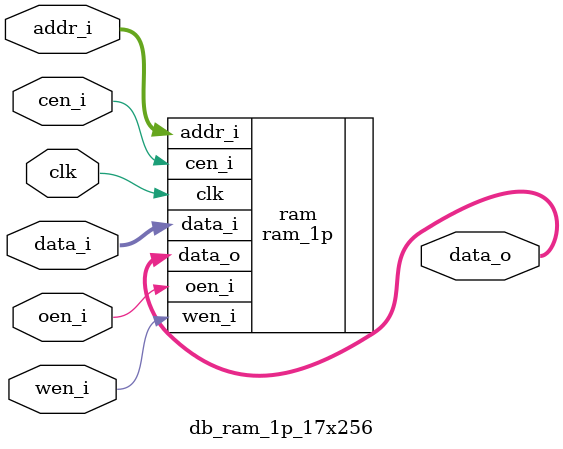
<source format=v>

`include "enc_defines.v"

module db_ram_1p_17x256 (
  clk    ,
  cen_i  ,
  oen_i  ,
  wen_i  ,
  addr_i ,
  data_i ,
  data_o
);

//*** PARAMETER DECLARATION ****************************************************

  localparam Word_Width = 17 ;
  localparam Addr_Width = 8  ;


//*** INPUT/OUTPUT DECLARATION *************************************************

  input                     clk    ;
  input                     cen_i  ;
  input                     oen_i  ;
  input                     wen_i  ;
  input   [Addr_Width-1:0]  addr_i ;
  input   [Word_Width-1:0]  data_i ;
  output  [Word_Width-1:0]  data_o ;


//*** MAIN BODY ****************************************************************

  ram_1p #(
    .Addr_Width    ( Addr_Width    ),
    .Word_Width    ( Word_Width    )
  ) ram (                          
    .clk           ( clk           ),
    .cen_i         ( cen_i         ),
    .oen_i         ( oen_i         ),
    .wen_i         ( wen_i         ),
    .addr_i        ( addr_i        ),
    .data_i        ( data_i        ),
    .data_o        ( data_o        )
    );


endmodule

</source>
